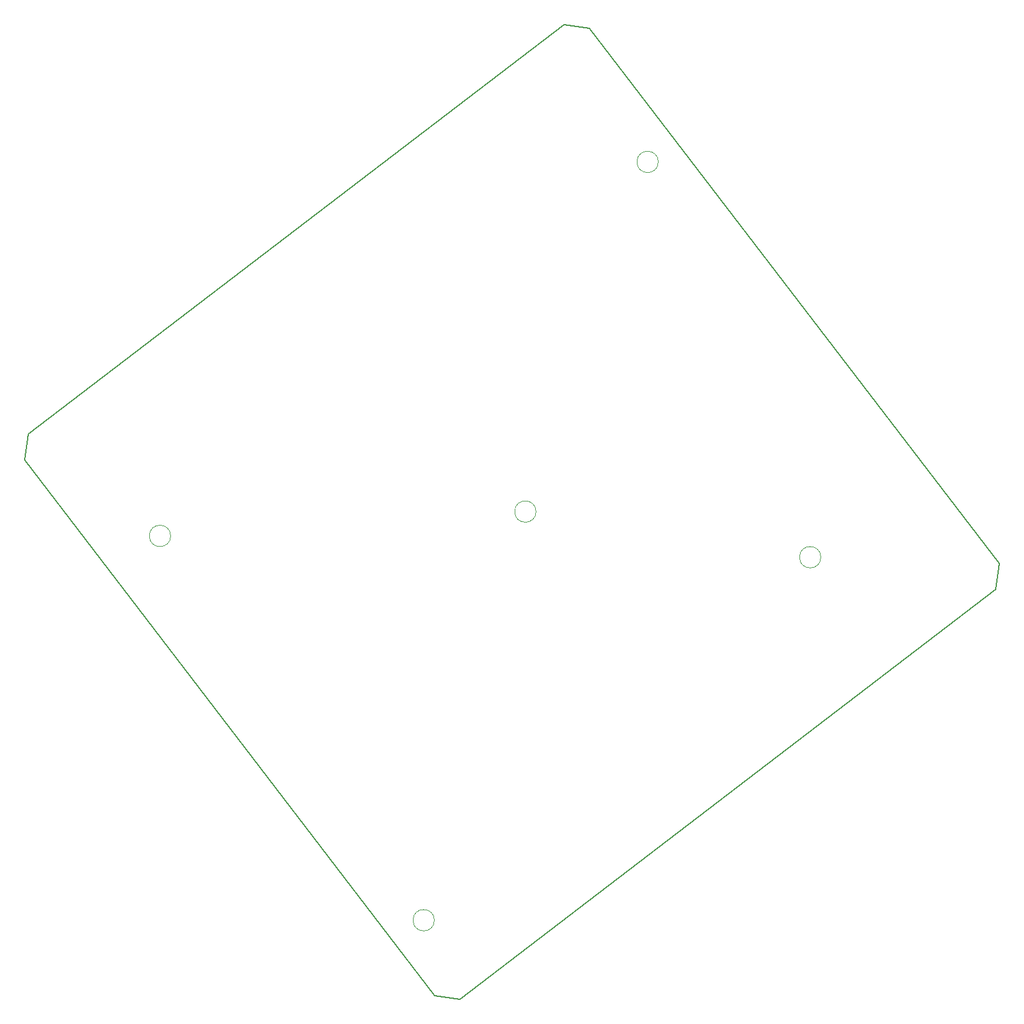
<source format=gtp>
G04 #@! TF.GenerationSoftware,KiCad,Pcbnew,5.1.9+dfsg1-1+deb11u1*
G04 #@! TF.CreationDate,2024-07-30T12:46:16+01:00*
G04 #@! TF.ProjectId,drivers,64726976-6572-4732-9e6b-696361645f70,rev?*
G04 #@! TF.SameCoordinates,Original*
G04 #@! TF.FileFunction,Paste,Top*
G04 #@! TF.FilePolarity,Positive*
%FSLAX46Y46*%
G04 Gerber Fmt 4.6, Leading zero omitted, Abs format (unit mm)*
G04 Created by KiCad (PCBNEW 5.1.9+dfsg1-1+deb11u1) date 2024-07-30 12:46:16*
%MOMM*%
%LPD*%
G01*
G04 APERTURE LIST*
G04 #@! TA.AperFunction,Profile*
%ADD10C,0.050000*%
G04 #@! TD*
G04 #@! TA.AperFunction,Profile*
%ADD11C,0.150000*%
G04 #@! TD*
G04 APERTURE END LIST*
D10*
X89068477Y-157426062D02*
G75*
G03*
X89068477Y-157426062I-1500000J0D01*
G01*
X120564477Y-50770062D02*
G75*
G03*
X120564477Y-50770062I-1500000J0D01*
G01*
X143424477Y-106372062D02*
G75*
G03*
X143424477Y-106372062I-1500000J0D01*
G01*
X51984477Y-103372062D02*
G75*
G03*
X51984477Y-103372062I-1500000J0D01*
G01*
D11*
X168510657Y-107287602D02*
X168025517Y-110929962D01*
X31975497Y-89073262D02*
X31487817Y-92710542D01*
X92706897Y-168514302D02*
X89074697Y-168029162D01*
X107296657Y-31483842D02*
X110908537Y-31951202D01*
X92706897Y-168514302D02*
X168025517Y-110929962D01*
X168510657Y-107287602D02*
X110908537Y-31951202D01*
X31975497Y-89073262D02*
X107296657Y-31483842D01*
X89074697Y-168029162D02*
X31487817Y-92710542D01*
D10*
X103370000Y-99951320D02*
G75*
G03*
X103370000Y-99951320I-1500000J0D01*
G01*
M02*

</source>
